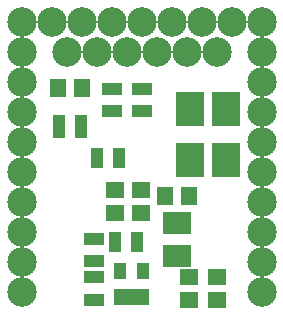
<source format=gbr>
G04 #@! TF.FileFunction,Soldermask,Top*
%FSLAX46Y46*%
G04 Gerber Fmt 4.6, Leading zero omitted, Abs format (unit mm)*
G04 Created by KiCad (PCBNEW 4.0.6) date 04/09/19 16:20:27*
%MOMM*%
%LPD*%
G01*
G04 APERTURE LIST*
%ADD10C,0.100000*%
%ADD11C,2.500000*%
%ADD12R,1.050000X0.800000*%
%ADD13R,1.700000X1.100000*%
%ADD14R,1.100000X1.700000*%
%ADD15R,1.050000X1.460000*%
%ADD16R,1.650000X1.400000*%
%ADD17R,1.400000X1.650000*%
%ADD18R,2.400000X1.900000*%
%ADD19R,2.350000X2.900000*%
G04 APERTURE END LIST*
D10*
D11*
X157761000Y-67845000D03*
X155221000Y-67845000D03*
X152681000Y-67845000D03*
X150141000Y-67845000D03*
X147601000Y-67845000D03*
X145061000Y-67845000D03*
D12*
X144401000Y-73505000D03*
X144401000Y-74805000D03*
X146301000Y-74155000D03*
X144401000Y-74155000D03*
X146301000Y-74805000D03*
X146301000Y-73505000D03*
D11*
X161571000Y-67845000D03*
X161571000Y-70385000D03*
X161571000Y-72925000D03*
X161571000Y-75465000D03*
X161571000Y-78005000D03*
X161571000Y-80545000D03*
X161571000Y-83085000D03*
X161571000Y-85625000D03*
X161571000Y-88165000D03*
X161571000Y-65305000D03*
X159031000Y-65305000D03*
X156491000Y-65305000D03*
X153951000Y-65305000D03*
X151411000Y-65305000D03*
X148871000Y-65305000D03*
X146331000Y-65305000D03*
X143791000Y-65305000D03*
X141251000Y-65305000D03*
X141251000Y-67845000D03*
X141251000Y-70385000D03*
X141251000Y-72925000D03*
X141251000Y-75465000D03*
X141251000Y-78005000D03*
X141251000Y-80545000D03*
X141251000Y-83085000D03*
X141251000Y-85625000D03*
X141251000Y-88165000D03*
D13*
X147411000Y-83675000D03*
X147411000Y-85575000D03*
X147411000Y-86925000D03*
X147411000Y-88825000D03*
D14*
X147611000Y-76865000D03*
X149511000Y-76865000D03*
D13*
X151471000Y-72855000D03*
X151471000Y-70955000D03*
X148891000Y-72845000D03*
X148891000Y-70945000D03*
D15*
X149621000Y-88635000D03*
X150571000Y-88635000D03*
X151521000Y-88635000D03*
X151521000Y-86435000D03*
X149621000Y-86435000D03*
D16*
X157761000Y-86865000D03*
X157761000Y-88865000D03*
X155451000Y-86865000D03*
X155451000Y-88865000D03*
D17*
X155441000Y-80025000D03*
X153441000Y-80025000D03*
D14*
X151071000Y-83975000D03*
X149171000Y-83975000D03*
D18*
X154431000Y-85115000D03*
X154431000Y-82315000D03*
D16*
X151351000Y-81525000D03*
X151351000Y-79525000D03*
X149131000Y-81525000D03*
X149131000Y-79525000D03*
D19*
X158536000Y-76975000D03*
X155486000Y-76975000D03*
X158546000Y-72675000D03*
X155496000Y-72675000D03*
D17*
X146331000Y-70925000D03*
X144331000Y-70925000D03*
M02*

</source>
